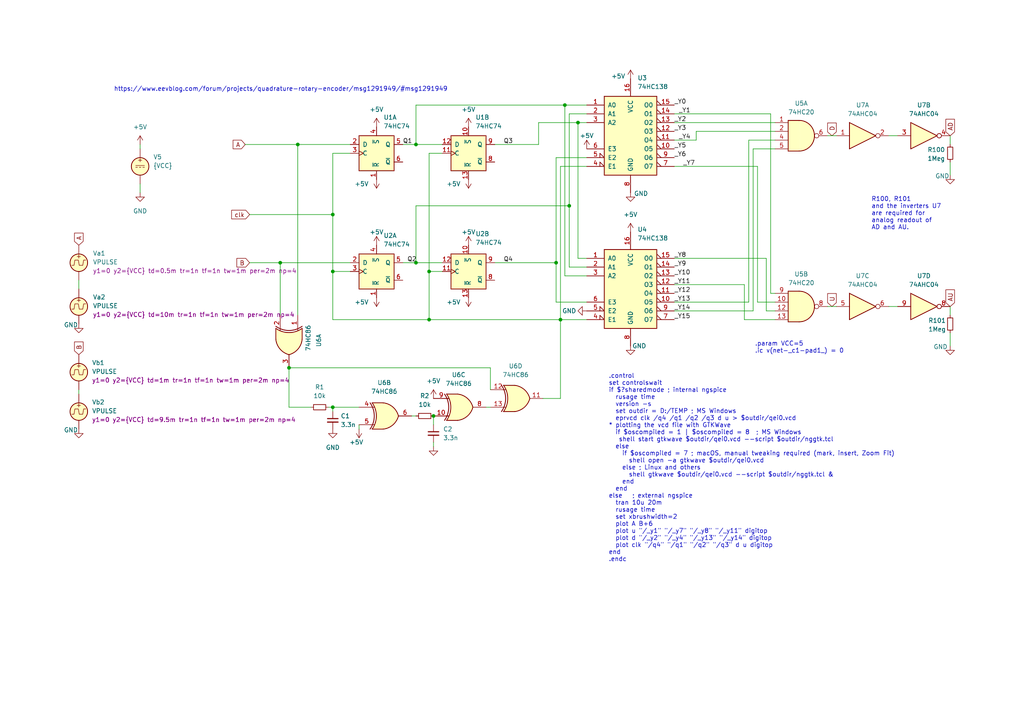
<source format=kicad_sch>
(kicad_sch (version 20231120) (generator "eeschema") (generator_version "8.0")
  (paper "A4")
  (title_block (title "Quadrature Rotary Encoder") (date "2024-02-27") (comment 2 "Modified for KiCad/ngspice by Holger Vogt") (comment 3 "Author Ian.M"))
  (lib_symbols
    (symbol "74LS20_1" (pin_names (offset 1.016))
      (property "Reference" "U5" (at 0 9.398 0))
      (property "Value" "74HCT20" (at 0 6.858 0))
      (symbol "74LS20_1_1_1"
        (arc (start -0.635 -4.445) (mid 3.7907 0) (end -0.635 4.445) (stroke (width 0.254)) (fill (type background)))
        (polyline (pts (xy -0.635 4.445) (xy -3.81 4.445) (xy -3.81 -4.445) (xy -0.635 -4.445)) (stroke (width 0.254)) (fill (type background)))
        (pin input line (at -7.62 3.81 0) (length 3.81) (name "~") (number "1"))
        (pin input line (at -7.62 1.27 0) (length 3.81) (name "~") (number "2"))
        (pin input line (at -7.62 -1.27 0) (length 3.81) (name "~") (number "4"))
        (pin input line (at -7.62 -3.81 0) (length 3.81) (name "~") (number "5"))
        (pin output inverted (at 7.62 0 180) (length 3.81) (name "~") (number "6"))
      )
      (symbol "74LS20_1_1_2"
        (arc (start -3.81 -4.445) (mid -2.5908 0) (end -3.81 4.445) (stroke (width 0.254)))
        (arc (start -0.6096 -4.445) (mid 2.2246 -2.8422) (end 3.81 0) (stroke (width 0.254)) (fill (type background)))
        (polyline (pts (xy -3.81 -4.445) (xy -0.635 -4.445)) (stroke (width 0.254)) (fill (type background)))
        (polyline (pts (xy -3.81 4.445) (xy -0.635 4.445)) (stroke (width 0.254)) (fill (type background)))
        (polyline (pts (xy -0.635 4.445) (xy -3.81 4.445) (xy -3.81 4.445) (xy -3.6322 4.0894) (xy -3.0988 2.921) (xy -2.7686 1.6764) (xy -2.6162 0.4318) (xy -2.6416 -0.8636) (xy -2.8702 -2.1082) (xy -3.2512 -3.3274) (xy -3.81 -4.445) (xy -3.81 -4.445) (xy -0.635 -4.445)) (stroke (width -25.4)) (fill (type background)))
        (arc (start 3.81 0) (mid 2.2204 2.8379) (end -0.6096 4.445) (stroke (width 0.254)) (fill (type background)))
        (pin input inverted (at -7.62 3.81 0) (length 3.81) (name "~") (number "1"))
        (pin input inverted (at -7.62 1.27 0) (length 4.826) (name "~") (number "2"))
        (pin input inverted (at -7.62 -1.27 0) (length 4.826) (name "~") (number "4"))
        (pin input inverted (at -7.62 -3.81 0) (length 3.81) (name "~") (number "5"))
        (pin output line (at 7.62 0 180) (length 3.81) (name "~") (number "6"))
      )
      (symbol "74LS20_1_2_1"
        (arc (start -0.635 -4.445) (mid 3.7907 0) (end -0.635 4.445) (stroke (width 0.254)) (fill (type background)))
        (polyline (pts (xy -0.635 4.445) (xy -3.81 4.445) (xy -3.81 -4.445) (xy -0.635 -4.445)) (stroke (width 0.254)) (fill (type background)))
        (pin input line (at -7.62 1.27 0) (length 3.81) (name "~") (number "10"))
        (pin input line (at -7.62 -1.27 0) (length 3.81) (name "~") (number "12"))
        (pin input line (at -7.62 -3.81 0) (length 3.81) (name "~") (number "13"))
        (pin output inverted (at 7.62 0 180) (length 3.81) (name "~") (number "8"))
        (pin input line (at -7.62 3.81 0) (length 3.81) (name "~") (number "9"))
      )
      (symbol "74LS20_1_2_2"
        (arc (start -3.81 -4.445) (mid -2.5908 0) (end -3.81 4.445) (stroke (width 0.254)))
        (arc (start -0.6096 -4.445) (mid 2.2246 -2.8422) (end 3.81 0) (stroke (width 0.254)) (fill (type background)))
        (polyline (pts (xy -3.81 -4.445) (xy -0.635 -4.445)) (stroke (width 0.254)) (fill (type background)))
        (polyline (pts (xy -3.81 4.445) (xy -0.635 4.445)) (stroke (width 0.254)) (fill (type background)))
        (polyline (pts (xy -0.635 4.445) (xy -3.81 4.445) (xy -3.81 4.445) (xy -3.6322 4.0894) (xy -3.0988 2.921) (xy -2.7686 1.6764) (xy -2.6162 0.4318) (xy -2.6416 -0.8636) (xy -2.8702 -2.1082) (xy -3.2512 -3.3274) (xy -3.81 -4.445) (xy -3.81 -4.445) (xy -0.635 -4.445)) (stroke (width -25.4)) (fill (type background)))
        (arc (start 3.81 0) (mid 2.2204 2.8379) (end -0.6096 4.445) (stroke (width 0.254)) (fill (type background)))
        (pin input inverted (at -7.62 1.27 0) (length 4.826) (name "~") (number "10"))
        (pin input inverted (at -7.62 -1.27 0) (length 4.826) (name "~") (number "12"))
        (pin input inverted (at -7.62 -3.81 0) (length 3.81) (name "~") (number "13"))
        (pin output line (at 7.62 0 180) (length 3.81) (name "~") (number "8"))
        (pin input inverted (at -7.62 3.81 0) (length 3.81) (name "~") (number "9"))
      )
      (symbol "74LS20_1_3_0"
        (pin power_in line (at 0 12.7 270) (length 5.08) (name "VCC") (number "14"))
        (pin power_in line (at 0 -12.7 90) (length 5.08) (name "GND") (number "7"))
      )
      (symbol "74LS20_1_3_1"
        (rectangle (start -5.08 7.62) (end 5.08 -7.62) (stroke (width 0.254)) (fill (type background)))
      )
    )
    (symbol "74LS20_2" (pin_names (offset 1.016))
      (property "Reference" "U" (at 0 1.27 0))
      (property "Value" "74LS20" (at 0 -1.27 0))
      (symbol "74LS20_2_1_1"
        (arc (start -0.635 -4.445) (mid 3.7907 0) (end -0.635 4.445) (stroke (width 0.254)) (fill (type background)))
        (polyline (pts (xy -0.635 4.445) (xy -3.81 4.445) (xy -3.81 -4.445) (xy -0.635 -4.445)) (stroke (width 0.254)) (fill (type background)))
        (pin input line (at -7.62 3.81 0) (length 3.81) (name "~") (number "1"))
        (pin input line (at -7.62 1.27 0) (length 3.81) (name "~") (number "2"))
        (pin input line (at -7.62 -1.27 0) (length 3.81) (name "~") (number "4"))
        (pin input line (at -7.62 -3.81 0) (length 3.81) (name "~") (number "5"))
        (pin output inverted (at 7.62 0 180) (length 3.81) (name "~") (number "6"))
      )
      (symbol "74LS20_2_1_2"
        (arc (start -3.81 -4.445) (mid -2.5908 0) (end -3.81 4.445) (stroke (width 0.254)))
        (arc (start -0.6096 -4.445) (mid 2.2246 -2.8422) (end 3.81 0) (stroke (width 0.254)) (fill (type background)))
        (polyline (pts (xy -3.81 -4.445) (xy -0.635 -4.445)) (stroke (width 0.254)) (fill (type background)))
        (polyline (pts (xy -3.81 4.445) (xy -0.635 4.445)) (stroke (width 0.254)) (fill (type background)))
        (polyline (pts (xy -0.635 4.445) (xy -3.81 4.445) (xy -3.81 4.445) (xy -3.6322 4.0894) (xy -3.0988 2.921) (xy -2.7686 1.6764) (xy -2.6162 0.4318) (xy -2.6416 -0.8636) (xy -2.8702 -2.1082) (xy -3.2512 -3.3274) (xy -3.81 -4.445) (xy -3.81 -4.445) (xy -0.635 -4.445)) (stroke (width -25.4)) (fill (type background)))
        (arc (start 3.81 0) (mid 2.2204 2.8379) (end -0.6096 4.445) (stroke (width 0.254)) (fill (type background)))
        (pin input inverted (at -7.62 3.81 0) (length 3.81) (name "~") (number "1"))
        (pin input inverted (at -7.62 1.27 0) (length 4.826) (name "~") (number "2"))
        (pin input inverted (at -7.62 -1.27 0) (length 4.826) (name "~") (number "4"))
        (pin input inverted (at -7.62 -3.81 0) (length 3.81) (name "~") (number "5"))
        (pin output line (at 7.62 0 180) (length 3.81) (name "~") (number "6"))
      )
      (symbol "74LS20_2_2_1"
        (arc (start -0.635 -4.445) (mid 3.7907 0) (end -0.635 4.445) (stroke (width 0.254)) (fill (type background)))
        (polyline (pts (xy -0.635 4.445) (xy -3.81 4.445) (xy -3.81 -4.445) (xy -0.635 -4.445)) (stroke (width 0.254)) (fill (type background)))
        (pin input line (at -7.62 1.27 0) (length 3.81) (name "~") (number "10"))
        (pin input line (at -7.62 -1.27 0) (length 3.81) (name "~") (number "12"))
        (pin input line (at -7.62 -3.81 0) (length 3.81) (name "~") (number "13"))
        (pin output inverted (at 7.62 0 180) (length 3.81) (name "~") (number "8"))
        (pin input line (at -7.62 3.81 0) (length 3.81) (name "~") (number "9"))
      )
      (symbol "74LS20_2_2_2"
        (arc (start -3.81 -4.445) (mid -2.5908 0) (end -3.81 4.445) (stroke (width 0.254)))
        (arc (start -0.6096 -4.445) (mid 2.2246 -2.8422) (end 3.81 0) (stroke (width 0.254)) (fill (type background)))
        (polyline (pts (xy -3.81 -4.445) (xy -0.635 -4.445)) (stroke (width 0.254)) (fill (type background)))
        (polyline (pts (xy -3.81 4.445) (xy -0.635 4.445)) (stroke (width 0.254)) (fill (type background)))
        (polyline (pts (xy -0.635 4.445) (xy -3.81 4.445) (xy -3.81 4.445) (xy -3.6322 4.0894) (xy -3.0988 2.921) (xy -2.7686 1.6764) (xy -2.6162 0.4318) (xy -2.6416 -0.8636) (xy -2.8702 -2.1082) (xy -3.2512 -3.3274) (xy -3.81 -4.445) (xy -3.81 -4.445) (xy -0.635 -4.445)) (stroke (width -25.4)) (fill (type background)))
        (arc (start 3.81 0) (mid 2.2204 2.8379) (end -0.6096 4.445) (stroke (width 0.254)) (fill (type background)))
        (pin input inverted (at -7.62 1.27 0) (length 4.826) (name "~") (number "10"))
        (pin input inverted (at -7.62 -1.27 0) (length 4.826) (name "~") (number "12"))
        (pin input inverted (at -7.62 -3.81 0) (length 3.81) (name "~") (number "13"))
        (pin output line (at 7.62 0 180) (length 3.81) (name "~") (number "8"))
        (pin input inverted (at -7.62 3.81 0) (length 3.81) (name "~") (number "9"))
      )
      (symbol "74LS20_2_3_0"
        (pin power_in line (at 0 12.7 270) (length 5.08) (name "VCC") (number "14"))
        (pin power_in line (at 0 -12.7 90) (length 5.08) (name "GND") (number "7"))
      )
      (symbol "74LS20_2_3_1"
        (rectangle (start -5.08 7.62) (end 5.08 -7.62) (stroke (width 0.254)) (fill (type background)))
      )
    )
    (symbol "74xx:74AHC04"
      (property "Reference" "U" (at 0 1.27 0))
      (property "Value" "74AHC04" (at 0 -1.27 0))
      (symbol "74AHC04_1_0"
        (polyline (pts (xy -3.81 3.81) (xy -3.81 -3.81) (xy 3.81 0) (xy -3.81 3.81)) (stroke (width 0.254)) (fill (type background)))
        (pin input line (at -7.62 0 0) (length 3.81) (name "~") (number "1"))
        (pin output inverted (at 7.62 0 180) (length 3.81) (name "~") (number "2"))
      )
      (symbol "74AHC04_2_0"
        (polyline (pts (xy -3.81 3.81) (xy -3.81 -3.81) (xy 3.81 0) (xy -3.81 3.81)) (stroke (width 0.254)) (fill (type background)))
        (pin input line (at -7.62 0 0) (length 3.81) (name "~") (number "3"))
        (pin output inverted (at 7.62 0 180) (length 3.81) (name "~") (number "4"))
      )
      (symbol "74AHC04_3_0"
        (polyline (pts (xy -3.81 3.81) (xy -3.81 -3.81) (xy 3.81 0) (xy -3.81 3.81)) (stroke (width 0.254)) (fill (type background)))
        (pin input line (at -7.62 0 0) (length 3.81) (name "~") (number "5"))
        (pin output inverted (at 7.62 0 180) (length 3.81) (name "~") (number "6"))
      )
      (symbol "74AHC04_4_0"
        (polyline (pts (xy -3.81 3.81) (xy -3.81 -3.81) (xy 3.81 0) (xy -3.81 3.81)) (stroke (width 0.254)) (fill (type background)))
        (pin output inverted (at 7.62 0 180) (length 3.81) (name "~") (number "8"))
        (pin input line (at -7.62 0 0) (length 3.81) (name "~") (number "9"))
      )
      (symbol "74AHC04_5_0"
        (polyline (pts (xy -3.81 3.81) (xy -3.81 -3.81) (xy 3.81 0) (xy -3.81 3.81)) (stroke (width 0.254)) (fill (type background)))
        (pin output inverted (at 7.62 0 180) (length 3.81) (name "~") (number "10"))
        (pin input line (at -7.62 0 0) (length 3.81) (name "~") (number "11"))
      )
      (symbol "74AHC04_6_0"
        (polyline (pts (xy -3.81 3.81) (xy -3.81 -3.81) (xy 3.81 0) (xy -3.81 3.81)) (stroke (width 0.254)) (fill (type background)))
        (pin output inverted (at 7.62 0 180) (length 3.81) (name "~") (number "12"))
        (pin input line (at -7.62 0 0) (length 3.81) (name "~") (number "13"))
      )
      (symbol "74AHC04_7_0"
        (pin power_in line (at 0 12.7 270) (length 5.08) (name "VCC") (number "14"))
        (pin power_in line (at 0 -12.7 90) (length 5.08) (name "GND") (number "7"))
      )
      (symbol "74AHC04_7_1"
        (rectangle (start -5.08 7.62) (end 5.08 -7.62) (stroke (width 0.254)) (fill (type background)))
      )
    )
    (symbol "74xx:74LS138" (pin_names (offset 1.016))
      (property "Reference" "U" (at -7.62 11.43 0))
      (property "Value" "74LS138" (at -7.62 -13.97 0))
      (symbol "74LS138_1_0"
        (pin input line (at -12.7 7.62 0) (length 5.08) (name "A0") (number "1"))
        (pin output output_low (at 12.7 -5.08 180) (length 5.08) (name "O5") (number "10"))
        (pin output output_low (at 12.7 -2.54 180) (length 5.08) (name "O4") (number "11"))
        (pin output output_low (at 12.7 0 180) (length 5.08) (name "O3") (number "12"))
        (pin output output_low (at 12.7 2.54 180) (length 5.08) (name "O2") (number "13"))
        (pin output output_low (at 12.7 5.08 180) (length 5.08) (name "O1") (number "14"))
        (pin output output_low (at 12.7 7.62 180) (length 5.08) (name "O0") (number "15"))
        (pin power_in line (at 0 15.24 270) (length 5.08) (name "VCC") (number "16"))
        (pin input line (at -12.7 5.08 0) (length 5.08) (name "A1") (number "2"))
        (pin input line (at -12.7 2.54 0) (length 5.08) (name "A2") (number "3"))
        (pin input input_low (at -12.7 -10.16 0) (length 5.08) (name "E1") (number "4"))
        (pin input input_low (at -12.7 -7.62 0) (length 5.08) (name "E2") (number "5"))
        (pin input line (at -12.7 -5.08 0) (length 5.08) (name "E3") (number "6"))
        (pin output output_low (at 12.7 -10.16 180) (length 5.08) (name "O7") (number "7"))
        (pin power_in line (at 0 -17.78 90) (length 5.08) (name "GND") (number "8"))
        (pin output output_low (at 12.7 -7.62 180) (length 5.08) (name "O6") (number "9"))
      )
      (symbol "74LS138_1_1"
        (rectangle (start -7.62 10.16) (end 7.62 -12.7) (stroke (width 0.254)) (fill (type background)))
      )
    )
    (symbol "74xx:74LS74" (pin_names (offset 1.016))
      (property "Reference" "U" (at -7.62 8.89 0))
      (property "Value" "74LS74" (at -7.62 -8.89 0))
      (symbol "74LS74_1_0"
        (pin input line (at 0 -7.62 90) (length 2.54) (name "~{R}") (number "1"))
        (pin input line (at -7.62 2.54 0) (length 2.54) (name "D") (number "2"))
        (pin input clock (at -7.62 0 0) (length 2.54) (name "C") (number "3"))
        (pin input line (at 0 7.62 270) (length 2.54) (name "~{S}") (number "4"))
        (pin output line (at 7.62 2.54 180) (length 2.54) (name "Q") (number "5"))
        (pin output line (at 7.62 -2.54 180) (length 2.54) (name "~{Q}") (number "6"))
      )
      (symbol "74LS74_1_1"
        (rectangle (start -5.08 5.08) (end 5.08 -5.08) (stroke (width 0.254)) (fill (type background)))
      )
      (symbol "74LS74_2_0"
        (pin input line (at 0 7.62 270) (length 2.54) (name "~{S}") (number "10"))
        (pin input clock (at -7.62 0 0) (length 2.54) (name "C") (number "11"))
        (pin input line (at -7.62 2.54 0) (length 2.54) (name "D") (number "12"))
        (pin input line (at 0 -7.62 90) (length 2.54) (name "~{R}") (number "13"))
        (pin output line (at 7.62 -2.54 180) (length 2.54) (name "~{Q}") (number "8"))
        (pin output line (at 7.62 2.54 180) (length 2.54) (name "Q") (number "9"))
      )
      (symbol "74LS74_2_1"
        (rectangle (start -5.08 5.08) (end 5.08 -5.08) (stroke (width 0.254)) (fill (type background)))
      )
      (symbol "74LS74_3_0"
        (pin power_in line (at 0 10.16 270) (length 2.54) (name "VCC") (number "14"))
        (pin power_in line (at 0 -10.16 90) (length 2.54) (name "GND") (number "7"))
      )
      (symbol "74LS74_3_1"
        (rectangle (start -5.08 7.62) (end 5.08 -7.62) (stroke (width 0.254)) (fill (type background)))
      )
    )
    (symbol "74xx:74LS86" (pin_names (offset 1.016))
      (property "Reference" "U" (at 0 1.27 0))
      (property "Value" "74LS86" (at 0 -1.27 0))
      (symbol "74LS86_1_0"
        (arc (start -4.4196 -3.81) (mid -3.2033 0) (end -4.4196 3.81) (stroke (width 0.254)))
        (arc (start -3.81 -3.81) (mid -2.589 0) (end -3.81 3.81) (stroke (width 0.254)))
        (arc (start -0.6096 -3.81) (mid 2.1842 -2.5851) (end 3.81 0) (stroke (width 0.254)) (fill (type background)))
        (polyline (pts (xy -3.81 -3.81) (xy -0.635 -3.81)) (stroke (width 0.254)) (fill (type background)))
        (polyline (pts (xy -3.81 3.81) (xy -0.635 3.81)) (stroke (width 0.254)) (fill (type background)))
        (polyline (pts (xy -0.635 3.81) (xy -3.81 3.81) (xy -3.81 3.81) (xy -3.556 3.4036) (xy -3.0226 2.2606) (xy -2.6924 1.0414) (xy -2.6162 -0.254) (xy -2.7686 -1.4986) (xy -3.175 -2.7178) (xy -3.81 -3.81) (xy -3.81 -3.81) (xy -0.635 -3.81)) (stroke (width -25.4)) (fill (type background)))
        (arc (start 3.81 0) (mid 2.1915 2.5936) (end -0.6096 3.81) (stroke (width 0.254)) (fill (type background)))
        (pin input line (at -7.62 2.54 0) (length 4.445) (name "~") (number "1"))
        (pin input line (at -7.62 -2.54 0) (length 4.445) (name "~") (number "2"))
        (pin output line (at 7.62 0 180) (length 3.81) (name "~") (number "3"))
      )
      (symbol "74LS86_1_1"
        (polyline (pts (xy -3.81 -2.54) (xy -3.175 -2.54)) (stroke (width 0.1524)))
        (polyline (pts (xy -3.81 2.54) (xy -3.175 2.54)) (stroke (width 0.1524)))
      )
      (symbol "74LS86_2_0"
        (arc (start -4.4196 -3.81) (mid -3.2033 0) (end -4.4196 3.81) (stroke (width 0.254)))
        (arc (start -3.81 -3.81) (mid -2.589 0) (end -3.81 3.81) (stroke (width 0.254)))
        (arc (start -0.6096 -3.81) (mid 2.1842 -2.5851) (end 3.81 0) (stroke (width 0.254)) (fill (type background)))
        (polyline (pts (xy -3.81 -3.81) (xy -0.635 -3.81)) (stroke (width 0.254)) (fill (type background)))
        (polyline (pts (xy -3.81 3.81) (xy -0.635 3.81)) (stroke (width 0.254)) (fill (type background)))
        (polyline (pts (xy -0.635 3.81) (xy -3.81 3.81) (xy -3.81 3.81) (xy -3.556 3.4036) (xy -3.0226 2.2606) (xy -2.6924 1.0414) (xy -2.6162 -0.254) (xy -2.7686 -1.4986) (xy -3.175 -2.7178) (xy -3.81 -3.81) (xy -3.81 -3.81) (xy -0.635 -3.81)) (stroke (width -25.4)) (fill (type background)))
        (arc (start 3.81 0) (mid 2.1915 2.5936) (end -0.6096 3.81) (stroke (width 0.254)) (fill (type background)))
        (pin input line (at -7.62 2.54 0) (length 4.445) (name "~") (number "4"))
        (pin input line (at -7.62 -2.54 0) (length 4.445) (name "~") (number "5"))
        (pin output line (at 7.62 0 180) (length 3.81) (name "~") (number "6"))
      )
      (symbol "74LS86_2_1"
        (polyline (pts (xy -3.81 -2.54) (xy -3.175 -2.54)) (stroke (width 0.1524)))
        (polyline (pts (xy -3.81 2.54) (xy -3.175 2.54)) (stroke (width 0.1524)))
      )
      (symbol "74LS86_3_0"
        (arc (start -4.4196 -3.81) (mid -3.2033 0) (end -4.4196 3.81) (stroke (width 0.254)))
        (arc (start -3.81 -3.81) (mid -2.589 0) (end -3.81 3.81) (stroke (width 0.254)))
        (arc (start -0.6096 -3.81) (mid 2.1842 -2.5851) (end 3.81 0) (stroke (width 0.254)) (fill (type background)))
        (polyline (pts (xy -3.81 -3.81) (xy -0.635 -3.81)) (stroke (width 0.254)) (fill (type background)))
        (polyline (pts (xy -3.81 3.81) (xy -0.635 3.81)) (stroke (width 0.254)) (fill (type background)))
        (polyline (pts (xy -0.635 3.81) (xy -3.81 3.81) (xy -3.81 3.81) (xy -3.556 3.4036) (xy -3.0226 2.2606) (xy -2.6924 1.0414) (xy -2.6162 -0.254) (xy -2.7686 -1.4986) (xy -3.175 -2.7178) (xy -3.81 -3.81) (xy -3.81 -3.81) (xy -0.635 -3.81)) (stroke (width -25.4)) (fill (type background)))
        (arc (start 3.81 0) (mid 2.1915 2.5936) (end -0.6096 3.81) (stroke (width 0.254)) (fill (type background)))
        (pin input line (at -7.62 -2.54 0) (length 4.445) (name "~") (number "10"))
        (pin output line (at 7.62 0 180) (length 3.81) (name "~") (number "8"))
        (pin input line (at -7.62 2.54 0) (length 4.445) (name "~") (number "9"))
      )
      (symbol "74LS86_3_1"
        (polyline (pts (xy -3.81 -2.54) (xy -3.175 -2.54)) (stroke (width 0.1524)))
        (polyline (pts (xy -3.81 2.54) (xy -3.175 2.54)) (stroke (width 0.1524)))
      )
      (symbol "74LS86_4_0"
        (arc (start -4.4196 -3.81) (mid -3.2033 0) (end -4.4196 3.81) (stroke (width 0.254)))
        (arc (start -3.81 -3.81) (mid -2.589 0) (end -3.81 3.81) (stroke (width 0.254)))
        (arc (start -0.6096 -3.81) (mid 2.1842 -2.5851) (end 3.81 0) (stroke (width 0.254)) (fill (type background)))
        (polyline (pts (xy -3.81 -3.81) (xy -0.635 -3.81)) (stroke (width 0.254)) (fill (type background)))
        (polyline (pts (xy -3.81 3.81) (xy -0.635 3.81)) (stroke (width 0.254)) (fill (type background)))
        (polyline (pts (xy -0.635 3.81) (xy -3.81 3.81) (xy -3.81 3.81) (xy -3.556 3.4036) (xy -3.0226 2.2606) (xy -2.6924 1.0414) (xy -2.6162 -0.254) (xy -2.7686 -1.4986) (xy -3.175 -2.7178) (xy -3.81 -3.81) (xy -3.81 -3.81) (xy -0.635 -3.81)) (stroke (width -25.4)) (fill (type background)))
        (arc (start 3.81 0) (mid 2.1915 2.5936) (end -0.6096 3.81) (stroke (width 0.254)) (fill (type background)))
        (pin output line (at 7.62 0 180) (length 3.81) (name "~") (number "11"))
        (pin input line (at -7.62 2.54 0) (length 4.445) (name "~") (number "12"))
        (pin input line (at -7.62 -2.54 0) (length 4.445) (name "~") (number "13"))
      )
      (symbol "74LS86_4_1"
        (polyline (pts (xy -3.81 -2.54) (xy -3.175 -2.54)) (stroke (width 0.1524)))
        (polyline (pts (xy -3.81 2.54) (xy -3.175 2.54)) (stroke (width 0.1524)))
      )
      (symbol "74LS86_5_0"
        (pin power_in line (at 0 12.7 270) (length 5.08) (name "VCC") (number "14"))
        (pin power_in line (at 0 -12.7 90) (length 5.08) (name "GND") (number "7"))
      )
      (symbol "74LS86_5_1"
        (rectangle (start -5.08 7.62) (end 5.08 -7.62) (stroke (width 0.254)) (fill (type background)))
      )
    )
    (symbol "Device:C_Small" (pin_numbers hide) (pin_names (offset 0.254) hide)
      (property "Reference" "C" (at 0.254 1.778 0))
      (property "Value" "C_Small" (at 0.254 -2.032 0))
      (symbol "C_Small_0_1"
        (polyline (pts (xy -1.524 -0.508) (xy 1.524 -0.508)) (stroke (width 0.3302)))
        (polyline (pts (xy -1.524 0.508) (xy 1.524 0.508)) (stroke (width 0.3048)))
      )
      (symbol "C_Small_1_1"
        (pin passive line (at 0 2.54 270) (length 2.032) (name "~") (number "1"))
        (pin passive line (at 0 -2.54 90) (length 2.032) (name "~") (number "2"))
      )
    )
    (symbol "Device:R_Small" (pin_numbers hide) (pin_names (offset 0.254) hide)
      (property "Reference" "R" (at 0.762 0.508 0))
      (property "Value" "R_Small" (at 0.762 -1.016 0))
      (symbol "R_Small_0_1"
        (rectangle (start -0.762 1.778) (end 0.762 -1.778) (stroke (width 0.2032)))
      )
      (symbol "R_Small_1_1"
        (pin passive line (at 0 2.54 270) (length 0.762) (name "~") (number "1"))
        (pin passive line (at 0 -2.54 90) (length 0.762) (name "~") (number "2"))
      )
    )
    (symbol "Simulation_SPICE:VDC" (pin_numbers hide) (pin_names (offset 0.0254))
      (property "Reference" "V" (at 2.54 2.54 0))
      (property "Value" "VDC" (at 2.54 0 0))
      (property "Spice_Model" "dc(1)" (at 2.54 -2.54 0))
      (symbol "VDC_0_0"
        (polyline (pts (xy -1.27 0.254) (xy 1.27 0.254)))
        (polyline (pts (xy -0.762 -0.254) (xy -1.27 -0.254)))
        (polyline (pts (xy 0.254 -0.254) (xy -0.254 -0.254)))
        (polyline (pts (xy 1.27 -0.254) (xy 0.762 -0.254)))
        (text "+" (at 0 1.905 0) (effects (font (size 1.27 1.27))))
      )
      (symbol "VDC_0_1"
        (circle (center 0 0) (radius 2.54) (stroke (width 0.254)) (fill (type background)))
      )
      (symbol "VDC_1_1"
        (pin passive line (at 0 5.08 270) (length 2.54) (name "~") (number "1"))
        (pin passive line (at 0 -5.08 90) (length 2.54) (name "~") (number "2"))
      )
    )
    (symbol "Simulation_SPICE:VPULSE" (pin_numbers hide) (pin_names (offset 0.0254))
      (property "Reference" "V" (at 2.54 2.54 0))
      (property "Value" "VPULSE" (at 2.54 0 0))
      (property "Spice_Model" "pulse(0 1 2n 2n 2n 50n 100n)" (at 2.54 -2.54 0))
      (symbol "VPULSE_0_0"
        (polyline (pts (xy -2.032 -0.762) (xy -1.397 -0.762) (xy -1.143 0.762) (xy -0.127 0.762) (xy 0.127 -0.762) (xy 1.143 -0.762) (xy 1.397 0.762) (xy 2.032 0.762)))
        (text "+" (at 0 1.905 0) (effects (font (size 1.27 1.27))))
      )
      (symbol "VPULSE_0_1"
        (circle (center 0 0) (radius 2.54) (stroke (width 0.254)) (fill (type background)))
      )
      (symbol "VPULSE_1_1"
        (pin passive line (at 0 5.08 270) (length 2.54) (name "~") (number "1"))
        (pin passive line (at 0 -5.08 90) (length 2.54) (name "~") (number "2"))
      )
    )
    (symbol "power:+5V" (power) (pin_names (offset 0))
      (property "Value" "+5V" (at 0 3.556 0))
      (symbol "+5V_0_1"
        (polyline (pts (xy -0.762 1.27) (xy 0 2.54)))
        (polyline (pts (xy 0 0) (xy 0 2.54)))
        (polyline (pts (xy 0 2.54) (xy 0.762 1.27)))
      )
      (symbol "+5V_1_1"
        (pin power_in line (at 0 0 90) (length 0) hide (name "+5V") (number "1"))
      )
    )
    (symbol "power:GND" (power) (pin_names (offset 0))
      (property "Value" "GND" (at 0 -3.81 0))
      (symbol "GND_0_1"
        (polyline (pts (xy 0 0) (xy 0 -1.27) (xy 1.27 -1.27) (xy 0 -2.54) (xy -1.27 -1.27) (xy 0 -1.27)))
      )
      (symbol "GND_1_1"
        (pin power_in line (at 0 0 270) (length 0) hide (name "GND") (number "1"))
      )
    )
  )
  (junction (at 96.52 62.23))
  (junction (at 96.52 118.11))
  (junction (at 124.46 78.74))
  (junction (at 125.73 120.65))
  (junction (at 124.46 92.71))
  (junction (at 161.29 76.2))
  (junction (at 120.65 76.2))
  (junction (at 120.65 41.91))
  (junction (at 165.1 59.69))
  (junction (at 86.36 41.91))
  (junction (at 162.56 92.71))
  (junction (at 96.52 78.74))
  (junction (at 83.82 106.68))
  (junction (at 167.64 35.56))
  (junction (at 81.28 76.2))
  (junction (at 163.83 30.48))
  (wire (pts (xy 195.58 87.63) (xy 217.17 87.63)))
  (wire (pts (xy 125.73 128.27) (xy 125.73 129.54)))
  (wire (pts (xy 170.18 80.01) (xy 163.83 80.01)))
  (wire (pts (xy 101.6 44.45) (xy 96.52 44.45)))
  (wire (pts (xy 165.1 59.69) (xy 165.1 33.02)))
  (wire (pts (xy 96.52 119.38) (xy 96.52 118.11)))
  (wire (pts (xy 96.52 78.74) (xy 96.52 92.71)))
  (wire (pts (xy 120.65 76.2) (xy 128.27 76.2)))
  (wire (pts (xy 142.24 113.03) (xy 142.24 106.68)))
  (wire (pts (xy 195.58 35.56) (xy 224.79 35.56)))
  (wire (pts (xy 162.56 92.71) (xy 162.56 115.57)))
  (wire (pts (xy 167.64 74.93) (xy 170.18 74.93)))
  (wire (pts (xy 275.59 46.99) (xy 275.59 50.8)))
  (wire (pts (xy 128.27 44.45) (xy 124.46 44.45)))
  (wire (pts (xy 86.36 41.91) (xy 101.6 41.91)))
  (wire (pts (xy 120.65 41.91) (xy 128.27 41.91)))
  (wire (pts (xy 195.58 90.17) (xy 218.44 90.17)))
  (wire (pts (xy 257.81 88.9) (xy 260.35 88.9)))
  (wire (pts (xy 219.71 48.26) (xy 219.71 87.63)))
  (wire (pts (xy 223.52 85.09) (xy 224.79 85.09)))
  (wire (pts (xy 162.56 48.26) (xy 162.56 92.71)))
  (wire (pts (xy 40.64 53.34) (xy 40.64 55.88)))
  (wire (pts (xy 120.65 59.69) (xy 120.65 76.2)))
  (wire (pts (xy 215.9 92.71) (xy 224.79 92.71)))
  (wire (pts (xy 240.03 39.37) (xy 242.57 39.37)))
  (wire (pts (xy 83.82 106.68) (xy 142.24 106.68)))
  (wire (pts (xy 143.51 41.91) (xy 156.21 41.91)))
  (wire (pts (xy 124.46 92.71) (xy 162.56 92.71)))
  (wire (pts (xy 195.58 82.55) (xy 215.9 82.55)))
  (wire (pts (xy 40.64 41.91) (xy 40.64 43.18)))
  (wire (pts (xy 223.52 33.02) (xy 223.52 85.09)))
  (wire (pts (xy 163.83 30.48) (xy 170.18 30.48)))
  (wire (pts (xy 125.73 123.19) (xy 125.73 120.65)))
  (wire (pts (xy 163.83 80.01) (xy 163.83 30.48)))
  (wire (pts (xy 195.58 40.64) (xy 201.93 40.64)))
  (wire (pts (xy 224.79 40.64) (xy 217.17 40.64)))
  (wire (pts (xy 161.29 45.72) (xy 170.18 45.72)))
  (wire (pts (xy 124.46 78.74) (xy 124.46 92.71)))
  (wire (pts (xy 215.9 82.55) (xy 215.9 92.71)))
  (wire (pts (xy 120.65 59.69) (xy 165.1 59.69)))
  (wire (pts (xy 275.59 96.52) (xy 275.59 100.33)))
  (wire (pts (xy 120.65 41.91) (xy 120.65 30.48)))
  (wire (pts (xy 201.93 38.1) (xy 224.79 38.1)))
  (wire (pts (xy 201.93 40.64) (xy 201.93 38.1)))
  (wire (pts (xy 219.71 87.63) (xy 224.79 87.63)))
  (wire (pts (xy 165.1 33.02) (xy 170.18 33.02)))
  (wire (pts (xy 257.81 39.37) (xy 260.35 39.37)))
  (wire (pts (xy 218.44 43.18) (xy 224.79 43.18)))
  (wire (pts (xy 96.52 118.11) (xy 104.14 118.11)))
  (wire (pts (xy 222.25 74.93) (xy 222.25 90.17)))
  (wire (pts (xy 96.52 78.74) (xy 101.6 78.74)))
  (wire (pts (xy 143.51 76.2) (xy 161.29 76.2)))
  (wire (pts (xy 83.82 118.11) (xy 90.17 118.11)))
  (wire (pts (xy 162.56 115.57) (xy 157.48 115.57)))
  (wire (pts (xy 195.58 33.02) (xy 223.52 33.02)))
  (wire (pts (xy 95.25 118.11) (xy 96.52 118.11)))
  (wire (pts (xy 96.52 44.45) (xy 96.52 62.23)))
  (wire (pts (xy 162.56 92.71) (xy 170.18 92.71)))
  (wire (pts (xy 156.21 41.91) (xy 156.21 35.56)))
  (wire (pts (xy 156.21 35.56) (xy 167.64 35.56)))
  (wire (pts (xy 165.1 77.47) (xy 165.1 59.69)))
  (wire (pts (xy 81.28 76.2) (xy 81.28 91.44)))
  (wire (pts (xy 275.59 88.9) (xy 275.59 91.44)))
  (wire (pts (xy 71.12 41.91) (xy 86.36 41.91)))
  (wire (pts (xy 161.29 76.2) (xy 161.29 45.72)))
  (wire (pts (xy 96.52 62.23) (xy 96.52 78.74)))
  (wire (pts (xy 22.86 81.28) (xy 22.86 83.82)))
  (wire (pts (xy 120.65 30.48) (xy 163.83 30.48)))
  (wire (pts (xy 218.44 90.17) (xy 218.44 43.18)))
  (wire (pts (xy 86.36 41.91) (xy 86.36 91.44)))
  (wire (pts (xy 167.64 35.56) (xy 170.18 35.56)))
  (wire (pts (xy 217.17 40.64) (xy 217.17 87.63)))
  (wire (pts (xy 170.18 48.26) (xy 162.56 48.26)))
  (wire (pts (xy 240.03 88.9) (xy 242.57 88.9)))
  (wire (pts (xy 72.39 76.2) (xy 81.28 76.2)))
  (wire (pts (xy 124.46 44.45) (xy 124.46 78.74)))
  (wire (pts (xy 275.59 39.37) (xy 275.59 41.91)))
  (wire (pts (xy 161.29 76.2) (xy 161.29 87.63)))
  (wire (pts (xy 116.84 41.91) (xy 120.65 41.91)))
  (wire (pts (xy 119.38 120.65) (xy 120.65 120.65)))
  (wire (pts (xy 96.52 92.71) (xy 124.46 92.71)))
  (wire (pts (xy 222.25 90.17) (xy 224.79 90.17)))
  (wire (pts (xy 161.29 87.63) (xy 170.18 87.63)))
  (wire (pts (xy 72.39 62.23) (xy 96.52 62.23)))
  (wire (pts (xy 83.82 106.68) (xy 83.82 118.11)))
  (wire (pts (xy 81.28 76.2) (xy 101.6 76.2)))
  (wire (pts (xy 22.86 113.03) (xy 22.86 114.3)))
  (wire (pts (xy 104.14 123.19) (xy 104.14 124.46)))
  (wire (pts (xy 116.84 76.2) (xy 120.65 76.2)))
  (wire (pts (xy 124.46 78.74) (xy 128.27 78.74)))
  (wire (pts (xy 195.58 48.26) (xy 219.71 48.26)))
  (wire (pts (xy 140.97 118.11) (xy 142.24 118.11)))
  (wire (pts (xy 167.64 35.56) (xy 167.64 74.93)))
  (wire (pts (xy 170.18 77.47) (xy 165.1 77.47)))
  (wire (pts (xy 195.58 74.93) (xy 222.25 74.93)))
  (text ".control\nset controlswait\nif $?sharedmode ; internal ngspice\n  rusage time\n  version -s\n  set outdir = D:/TEMP ; MS Windows\n  eprvcd clk /q4 /q1 /q2 /q3 d u > $outdir/qei0.vcd\n* plotting the vcd file with GTKWave\n  if $oscompiled = 1 | $oscompiled = 8  ; MS Windows\n   shell start gtkwave $outdir/qei0.vcd --script $outdir/nggtk.tcl\n  else\n    if $oscompiled = 7 ; macOS, manual tweaking required (mark, insert, Zoom Fit)\n      shell open -a gtkwave $outdir/qei0.vcd\n    else ; Linux and others\n      shell gtkwave $outdir/qei0.vcd --script $outdir/nggtk.tcl &\n    end\n  end\nelse   ; external ngspice\n  tran 10u 20m\n  rusage time\n  set xbrushwidth=2\n  plot A B+6\n  plot u \"/_y1\" \"/_y7\" \"/_y8\" \"/_y11\" digitop\n  plot d \"/_y2\" \"/_y4\" \"/_y13\" \"/_y14\" digitop\n  plot clk \"/q4\" \"/q1\" \"/q2\" \"/q3\" d u digitop\nend\n.endc" (at 176.53 163.068 0) (effects (font (size 1.27 1.27)) (justify left bottom)))
  (text "R100, R101\nand the inverters U7\nare required for\nanalog readout of\nAD and AU.\n" (at 252.73 66.802 0) (effects (font (size 1.27 1.27)) (justify left bottom)))
  (text "https://www.eevblog.com/forum/projects/quadrature-rotary-encoder/msg1291949/#msg1291949" (at 33.02 26.67 0) (effects (font (size 1.27 1.27)) (justify left bottom)))
  (text ".param VCC=5\n.ic v(net-_c1-pad1_) = 0" (at 218.948 100.838 0) (effects (font (size 1.27 1.27)) (justify left)))
  (label "Q2" (at 118.11 76.2 0))
  (label "_Y12" (at 195.58 85.09 0))
  (label "_Y15" (at 195.58 92.71 0))
  (label "_Y13" (at 195.58 87.63 0))
  (label "Q4" (at 146.05 76.2 0))
  (label "Q1" (at 116.84 41.91 0))
  (label "_Y4" (at 196.85 40.64 0))
  (label "_Y14" (at 195.58 90.17 0))
  (label "_Y5" (at 195.58 43.18 0))
  (label "_Y3" (at 195.58 38.1 0))
  (label "_Y7" (at 198.12 48.26 0))
  (label "_Y8" (at 195.58 74.93 0))
  (label "_Y11" (at 195.58 82.55 0))
  (label "_Y2" (at 195.58 35.56 0))
  (label "Q3" (at 146.05 41.91 0))
  (label "_Y9" (at 195.58 77.47 0))
  (label "_Y10" (at 195.58 80.01 0))
  (label "_Y6" (at 195.58 45.72 0))
  (label "_Y0" (at 195.58 30.48 0))
  (label "_Y1" (at 196.85 33.02 0))
  (global_label "B" (shape input) (at 72.39 76.2 180) (property "Intersheetrefs" "${INTERSHEET_REFS}" (effects (hide yes))))
  (global_label "A" (shape input) (at 22.86 71.12 90) (property "Intersheetrefs" "${INTERSHEET_REFS}" (effects (hide yes))))
  (global_label "D" (shape input) (at 241.3 39.37 90) (property "Intersheetrefs" "${INTERSHEET_REFS}" (effects (hide yes))))
  (global_label "B" (shape input) (at 22.86 102.87 90) (property "Intersheetrefs" "${INTERSHEET_REFS}" (effects (hide yes))))
  (global_label "A" (shape input) (at 71.12 41.91 180) (property "Intersheetrefs" "${INTERSHEET_REFS}" (effects (hide yes))))
  (global_label "clk" (shape input) (at 72.39 62.23 180) (property "Intersheetrefs" "${INTERSHEET_REFS}" (effects (hide yes))))
  (global_label "AU" (shape input) (at 275.59 88.9 90) (property "Intersheetrefs" "${INTERSHEET_REFS}" (effects (hide yes))))
  (global_label "U" (shape input) (at 241.3 88.9 90) (property "Intersheetrefs" "${INTERSHEET_REFS}" (effects (hide yes))))
  (global_label "AD" (shape input) (at 275.59 39.37 90) (property "Intersheetrefs" "${INTERSHEET_REFS}" (effects (hide yes))))
  (symbol (lib_id "74xx:74LS138") (at 182.88 82.55 0) (unit 1)
    (property "Reference" "U4" (at 184.8994 66.548 0) (effects (justify left)))
    (property "Value" "74HC138" (at 184.8994 69.088 0) (effects (justify left)))
    (property "Datasheet" "http://www.ti.com/lit/gpn/sn74LS138" (effects (hide yes)))
    (property "Sim.Library" "74HC138m.lib" (effects (hide yes)))
    (property "Sim.Name" "74HC138M" (effects (hide yes)))
    (property "Sim.Pins" "1=A0 2=A1 3=A2 4=EN1 5=EN2 6=E3 7=O7 8=VGND 9=O6 10=O5 11=O4 12=O3 13=O2 14=O1 15=O0 16=VCC" (effects (hide yes)))
    (property "Sim.Device" "SUBCKT" (effects (hide yes)))
  )
  (symbol (lib_id "74xx:74LS74") (at 135.89 44.45 0) (unit 2)
    (property "Reference" "U1" (at 137.9094 34.036 0) (effects (justify left)))
    (property "Value" "74HC74" (at 137.9094 36.576 0) (effects (justify left)))
    (property "Datasheet" "74xx/74hc_hct74.pdf" (effects (hide yes)))
    (property "Sim.Library" "74HC74m.lib" (effects (hide yes)))
    (property "Sim.Name" "74HC74M" (effects (hide yes)))
    (property "Sim.Pins" "1=_R1 2=D1 3=C1 4=_S1 5=Q1 6=_Q1 7=VGND 8=_Q2 9=Q2 10=_S2 11=C2 12=D2 13=_R2 14=VCC" (effects (hide yes)))
    (property "Sim.Device" "SUBCKT" (effects (hide yes)))
  )
  (symbol (lib_id "74xx:74LS74") (at 135.89 78.74 0) (unit 2)
    (property "Reference" "U2" (at 137.9094 67.818 0) (effects (justify left)))
    (property "Value" "74HC74" (at 137.9094 70.358 0) (effects (justify left)))
    (property "Datasheet" "74xx/74hc_hct74.pdf" (effects (hide yes)))
    (property "Sim.Library" "74HC74m.lib" (effects (hide yes)))
    (property "Sim.Name" "74HC74M" (effects (hide yes)))
    (property "Sim.Pins" "1=_R1 2=D1 3=C1 4=_S1 5=Q1 6=_Q1 7=VGND 8=_Q2 9=Q2 10=_S2 11=C2 12=D2 13=_R2 14=VCC" (effects (hide yes)))
    (property "Sim.Device" "SUBCKT" (effects (hide yes)))
  )
  (symbol (lib_id "74xx:74AHC04") (at 267.97 88.9 0) (unit 4)
    (property "Reference" "U7" (at 267.97 80.01 0))
    (property "Value" "74AHC04" (at 267.97 82.55 0))
    (property "Datasheet" "https://assets.nexperia.com/documents/data-sheet/74AHC_AHCT04.pdf" (effects (hide yes)))
    (property "Description" "Hex Inverter" (effects (hide yes)))
    (property "Sim.Library" "74HC04m.lib" (effects (hide yes)))
    (property "Sim.Name" "74HC04M" (effects (hide yes)))
    (property "Sim.Device" "SUBCKT" (effects (hide yes)))
    (property "Sim.Pins" "1=1 2=2 3=3 4=4 5=5 6=6 7=7 8=8 9=9 10=10 11=11 12=12 13=13 14=14" (effects (hide yes)))
  )
  (symbol (lib_id "74xx:74AHC04") (at 267.97 39.37 0) (unit 2)
    (property "Reference" "U7" (at 267.97 30.48 0))
    (property "Value" "74AHC04" (at 267.97 33.02 0))
    (property "Datasheet" "https://assets.nexperia.com/documents/data-sheet/74AHC_AHCT04.pdf" (effects (hide yes)))
    (property "Description" "Hex Inverter" (effects (hide yes)))
    (property "Sim.Library" "74HC04m.lib" (effects (hide yes)))
    (property "Sim.Name" "74HC04M" (effects (hide yes)))
    (property "Sim.Device" "SUBCKT" (effects (hide yes)))
    (property "Sim.Pins" "1=1 2=2 3=3 4=4 5=5 6=6 7=7 8=8 9=9 10=10 11=11 12=12 13=13 14=14" (effects (hide yes)))
  )
  (symbol (lib_id "74xx:74LS138") (at 182.88 38.1 0) (unit 1)
    (property "Reference" "U3" (at 184.8994 22.606 0) (effects (justify left)))
    (property "Value" "74HC138" (at 184.8994 25.146 0) (effects (justify left)))
    (property "Datasheet" "http://www.ti.com/lit/gpn/sn74LS138" (effects (hide yes)))
    (property "Sim.Library" "74HC138m.lib" (effects (hide yes)))
    (property "Sim.Name" "74HC138M" (effects (hide yes)))
    (property "Sim.Pins" "1=A0 2=A1 3=A2 4=EN1 5=EN2 6=E3 7=O7 8=VGND 9=O6 10=O5 11=O4 12=O3 13=O2 14=O1 15=O0 16=VCC" (effects (hide yes)))
    (property "Sim.Device" "SUBCKT" (effects (hide yes)))
  )
  (symbol (lib_id "Device:R_Small") (at 275.59 44.45 0) (unit 1)
    (property "Reference" "R100" (at 268.986 43.434 0) (effects (justify left)))
    (property "Value" "1Meg" (at 268.986 45.974 0) (effects (justify left)))
  )
  (symbol (lib_id "power:GND") (at 22.86 93.98 0) (unit 1)
    (property "Reference" "#PWR0109" (effects (hide yes)))
    (property "Value" "GND" (at 20.574 94.234 0))
  )
  (symbol (lib_id "power:+5V") (at 109.22 71.12 0) (unit 1)
    (property "Reference" "#PWR0123" (effects (hide yes)))
    (property "Value" "+5V" (at 109.22 67.31 0))
  )
  (symbol (lib_id "power:GND") (at 125.73 129.54 0) (unit 1)
    (property "Reference" "#PWR0112" (effects (hide yes)))
    (property "Value" "GND" (effects (hide yes)))
  )
  (symbol (lib_id "power:GND") (at 275.59 50.8 0) (unit 1)
    (property "Reference" "#PWR0125" (effects (hide yes)))
    (property "Value" "GND" (at 273.304 51.054 0))
  )
  (symbol (lib_id "power:+5V") (at 182.88 22.86 0) (unit 1)
    (property "Reference" "#PWR0118" (effects (hide yes)))
    (property "Value" "+5V" (at 179.324 22.098 0))
  )
  (symbol (lib_id "power:GND") (at 182.88 100.33 0) (unit 1)
    (property "Reference" "#PWR0119" (effects (hide yes)))
    (property "Value" "GND" (at 185.42 100.33 0))
  )
  (symbol (lib_id "power:+5V") (at 135.89 86.36 0) (mirror x) (unit 1)
    (property "Reference" "#PWR0105" (effects (hide yes)))
    (property "Value" "+5V" (at 133.604 87.6299 0) (effects (justify right)))
  )
  (symbol (lib_id "power:GND") (at 170.18 90.17 270) (unit 1)
    (property "Reference" "#PWR0120" (effects (hide yes)))
    (property "Value" "GND" (at 165.1 90.17 90))
  )
  (symbol (lib_id "power:+5V") (at 40.64 41.91 0) (unit 1)
    (property "Reference" "#PWR0114" (effects (hide yes)))
    (property "Value" "+5V" (at 40.64 36.83 0))
  )
  (symbol (lib_id "power:GND") (at 22.86 124.46 0) (unit 1)
    (property "Reference" "#PWR0106" (effects (hide yes)))
    (property "Value" "GND" (at 20.574 124.714 0))
  )
  (symbol (lib_name "74LS20_2") (lib_id "74xx:74LS20") (at 232.41 39.37 0) (unit 1)
    (property "Reference" "U5" (at 232.41 29.972 0))
    (property "Value" "74HC20" (at 232.41 32.512 0))
    (property "Datasheet" "http://www.ti.com/lit/gpn/sn74LS20" (effects (hide yes)))
    (property "Description" "Dual 4-input NAND" (effects (hide yes)))
    (property "Sim.Library" "74HC20m.lib" (effects (hide yes)))
    (property "Sim.Name" "74HC20M" (effects (hide yes)))
    (property "Sim.Pins" "1=1 2=2 4=4 5=5 6=6 7=7 8=8 9=9 10=10 12=12 13=13 14=14" (effects (hide yes)))
    (property "Sim.Device" "SUBCKT" (effects (hide yes)))
  )
  (symbol (lib_id "power:GND") (at 96.52 124.46 0) (unit 1)
    (property "Reference" "#PWR0108" (effects (hide yes)))
    (property "Value" "GND" (at 96.52 129.794 0))
  )
  (symbol (lib_id "power:GND") (at 182.88 55.88 0) (unit 1)
    (property "Reference" "#PWR0116" (effects (hide yes)))
    (property "Value" "GND" (at 185.928 56.134 0))
  )
  (symbol (lib_id "power:+5V") (at 135.89 71.12 0) (unit 1)
    (property "Reference" "#PWR0104" (effects (hide yes)))
    (property "Value" "+5V" (at 135.89 67.31 0))
  )
  (symbol (lib_id "Device:R_Small") (at 92.71 118.11 90) (unit 1)
    (property "Reference" "R1" (at 92.71 112.268 90))
    (property "Value" "10k" (at 92.71 114.808 90))
  )
  (symbol (lib_id "74xx:74AHC04") (at 250.19 39.37 0) (unit 1)
    (property "Reference" "U7" (at 250.19 30.48 0))
    (property "Value" "74AHC04" (at 250.19 33.02 0))
    (property "Datasheet" "https://assets.nexperia.com/documents/data-sheet/74AHC_AHCT04.pdf" (effects (hide yes)))
    (property "Description" "Hex Inverter" (effects (hide yes)))
    (property "Sim.Library" "74HC04m.lib" (effects (hide yes)))
    (property "Sim.Name" "74HC04M" (effects (hide yes)))
    (property "Sim.Device" "SUBCKT" (effects (hide yes)))
    (property "Sim.Pins" "1=1 2=2 3=3 4=4 5=5 6=6 7=7 8=8 9=9 10=10 11=11 12=12 13=13 14=14" (effects (hide yes)))
  )
  (symbol (lib_id "power:GND") (at 40.64 55.88 0) (unit 1)
    (property "Reference" "#PWR0113" (effects (hide yes)))
    (property "Value" "GND" (at 40.64 61.214 0))
  )
  (symbol (lib_name "74LS20_1") (lib_id "74xx:74LS20") (at 232.41 88.9 0) (unit 2)
    (property "Reference" "U5" (at 232.41 79.502 0))
    (property "Value" "74HC20" (at 232.41 82.042 0))
    (property "Datasheet" "http://www.ti.com/lit/gpn/sn74LS20" (effects (hide yes)))
    (property "Description" "Dual 4-input NAND" (effects (hide yes)))
    (property "Sim.Library" "74HC20m.lib" (effects (hide yes)))
    (property "Sim.Name" "74HC20M" (effects (hide yes)))
    (property "Sim.Pins" "1=1 2=2 4=4 5=5 6=6 7=7 8=8 9=9 10=10 12=12 13=13 14=14" (effects (hide yes)))
    (property "Sim.Device" "SUBCKT" (effects (hide yes)))
  )
  (symbol (lib_id "power:+5V") (at 182.88 67.31 0) (unit 1)
    (property "Reference" "#PWR0117" (effects (hide yes)))
    (property "Value" "+5V" (at 182.88 62.23 0))
  )
  (symbol (lib_id "power:+5V") (at 170.18 43.18 0) (unit 1)
    (property "Reference" "#PWR0115" (effects (hide yes)))
    (property "Value" "+5V" (at 170.18 39.37 0))
  )
  (symbol (lib_id "Simulation_SPICE:VPULSE") (at 22.86 119.38 0) (unit 1)
    (property "Reference" "Vb2" (at 26.67 116.6501 0) (effects (justify left)))
    (property "Value" "VPULSE" (at 26.67 119.1901 0) (effects (justify left)))
    (property "Sim.Device" "V" (effects (hide yes)))
    (property "Sim.Type" "PULSE" (effects (hide yes)))
    (property "Sim.Params" "y1=0 y2={VCC} td=9.5m tr=1n tf=1n tw=1m per=2m np=4" (at 26.67 121.7301 0) (effects (justify left)))
    (property "Sim.Pins" "1=+ 2=-" (effects (hide yes)))
  )
  (symbol (lib_id "power:+5V") (at 135.89 52.07 0) (mirror x) (unit 1)
    (property "Reference" "#PWR0102" (effects (hide yes)))
    (property "Value" "+5V" (at 133.604 53.3399 0) (effects (justify right)))
  )
  (symbol (lib_id "74xx:74LS74") (at 109.22 44.45 0) (unit 1)
    (property "Reference" "U1" (at 111.2394 34.036 0) (effects (justify left)))
    (property "Value" "74HC74" (at 111.2394 36.576 0) (effects (justify left)))
    (property "Datasheet" "74xx/74hc_hct74.pdf" (effects (hide yes)))
    (property "Sim.Library" "74HC74m.lib" (effects (hide yes)))
    (property "Sim.Name" "74HC74M" (effects (hide yes)))
    (property "Sim.Pins" "1=_R1 2=D1 3=C1 4=_S1 5=Q1 6=_Q1 7=VGND 8=_Q2 9=Q2 10=_S2 11=C2 12=D2 13=_R2 14=VCC" (effects (hide yes)))
    (property "Sim.Device" "SUBCKT" (effects (hide yes)))
  )
  (symbol (lib_id "power:+5V") (at 109.22 86.36 0) (mirror x) (unit 1)
    (property "Reference" "#PWR0122" (effects (hide yes)))
    (property "Value" "+5V" (at 106.934 87.6299 0) (effects (justify right)))
  )
  (symbol (lib_id "power:+5V") (at 135.89 36.83 0) (unit 1)
    (property "Reference" "#PWR0103" (effects (hide yes)))
    (property "Value" "+5V" (at 135.89 31.75 0))
  )
  (symbol (lib_id "74xx:74LS86") (at 111.76 120.65 0) (unit 2)
    (property "Reference" "U6" (at 111.4552 110.998 0))
    (property "Value" "74HC86" (at 111.4552 113.538 0))
    (property "Datasheet" "74xx/74ls86.pdf" (effects (hide yes)))
    (property "Sim.Library" "74HC86m.lib" (effects (hide yes)))
    (property "Sim.Name" "74HC86M" (effects (hide yes)))
    (property "Sim.Pins" "1=1A 2=1B 3=1Y 4=2A 5=2B 6=2Y 7=VGND 8=3Y 9=3A 10=3B 11=4Y 12=4A 13=4B 14=VCC" (effects (hide yes)))
    (property "Sim.Device" "SUBCKT" (effects (hide yes)))
  )
  (symbol (lib_id "power:+5V") (at 109.22 52.07 0) (mirror x) (unit 1)
    (property "Reference" "#PWR0121" (effects (hide yes)))
    (property "Value" "+5V" (at 106.934 53.3399 0) (effects (justify right)))
  )
  (symbol (lib_id "Device:C_Small") (at 125.73 125.73 0) (unit 1)
    (property "Reference" "C2" (at 128.524 124.4662 0) (effects (justify left)))
    (property "Value" "3.3n" (at 128.524 127.0062 0) (effects (justify left)))
  )
  (symbol (lib_id "Simulation_SPICE:VDC") (at 40.64 48.26 0) (unit 1)
    (property "Reference" "V5" (at 44.45 45.5301 0) (effects (justify left)))
    (property "Value" "{VCC}" (at 44.45 48.0701 0) (effects (justify left)))
    (property "Sim.Device" "V" (effects (hide yes)))
    (property "Sim.Type" "DC" (effects (hide yes)))
    (property "Sim.Pins" "1=+ 2=-" (effects (hide yes)))
  )
  (symbol (lib_id "power:+5V") (at 104.14 124.46 0) (mirror x) (unit 1)
    (property "Reference" "#PWR0110" (effects (hide yes)))
    (property "Value" "+5V" (at 105.41 128.27 0) (effects (justify right)))
  )
  (symbol (lib_id "Simulation_SPICE:VPULSE") (at 22.86 88.9 0) (unit 1)
    (property "Reference" "Va2" (at 26.924 86.1701 0) (effects (justify left)))
    (property "Value" "VPULSE" (at 26.924 88.7101 0) (effects (justify left)))
    (property "Sim.Device" "V" (effects (hide yes)))
    (property "Sim.Type" "PULSE" (effects (hide yes)))
    (property "Sim.Params" "y1=0 y2={VCC} td=10m tr=1n tf=1n tw=1m per=2m np=4" (at 26.924 91.2501 0) (effects (justify left)))
    (property "Sim.Pins" "1=+ 2=-" (effects (hide yes)))
  )
  (symbol (lib_id "Simulation_SPICE:VPULSE") (at 22.86 76.2 0) (unit 1)
    (property "Reference" "Va1" (at 26.924 73.4701 0) (effects (justify left)))
    (property "Value" "VPULSE" (at 26.924 76.0101 0) (effects (justify left)))
    (property "Sim.Device" "V" (effects (hide yes)))
    (property "Sim.Type" "PULSE" (effects (hide yes)))
    (property "Sim.Params" "y1=0 y2={VCC} td=0.5m tr=1n tf=1n tw=1m per=2m np=4" (at 26.924 78.5501 0) (effects (justify left)))
    (property "Sim.Pins" "1=+ 2=-" (effects (hide yes)))
  )
  (symbol (lib_id "74xx:74AHC04") (at 250.19 88.9 0) (unit 3)
    (property "Reference" "U7" (at 250.19 80.01 0))
    (property "Value" "74AHC04" (at 250.19 82.55 0))
    (property "Datasheet" "https://assets.nexperia.com/documents/data-sheet/74AHC_AHCT04.pdf" (effects (hide yes)))
    (property "Description" "Hex Inverter" (effects (hide yes)))
    (property "Sim.Library" "74HC04m.lib" (effects (hide yes)))
    (property "Sim.Name" "74HC04M" (effects (hide yes)))
    (property "Sim.Device" "SUBCKT" (effects (hide yes)))
    (property "Sim.Pins" "1=1 2=2 3=3 4=4 5=5 6=6 7=7 8=8 9=9 10=10 11=11 12=12 13=13 14=14" (effects (hide yes)))
  )
  (symbol (lib_id "Device:R_Small") (at 275.59 93.98 0) (unit 1)
    (property "Reference" "R101" (at 269.24 92.964 0) (effects (justify left)))
    (property "Value" "1Meg" (at 269.24 95.504 0) (effects (justify left)))
  )
  (symbol (lib_id "power:GND") (at 275.59 100.33 0) (unit 1)
    (property "Reference" "#PWR0126" (effects (hide yes)))
    (property "Value" "GND" (at 272.796 100.584 0))
  )
  (symbol (lib_id "Simulation_SPICE:VPULSE") (at 22.86 107.95 0) (unit 1)
    (property "Reference" "Vb1" (at 26.67 105.2201 0) (effects (justify left)))
    (property "Value" "VPULSE" (at 26.67 107.7601 0) (effects (justify left)))
    (property "Sim.Device" "V" (effects (hide yes)))
    (property "Sim.Type" "PULSE" (effects (hide yes)))
    (property "Sim.Params" "y1=0 y2={VCC} td=1m tr=1n tf=1n tw=1m per=2m np=4" (at 26.67 110.3001 0) (effects (justify left)))
    (property "Sim.Pins" "1=+ 2=-" (effects (hide yes)))
  )
  (symbol (lib_id "74xx:74LS74") (at 109.22 78.74 0) (unit 1)
    (property "Reference" "U2" (at 111.2394 68.326 0) (effects (justify left)))
    (property "Value" "74HC74" (at 111.2394 70.866 0) (effects (justify left)))
    (property "Datasheet" "74xx/74hc_hct74.pdf" (effects (hide yes)))
    (property "Sim.Library" "74HC74m.lib" (effects (hide yes)))
    (property "Sim.Name" "74HC74M" (effects (hide yes)))
    (property "Sim.Pins" "1=_R1 2=D1 3=C1 4=_S1 5=Q1 6=_Q1 7=VGND 8=_Q2 9=Q2 10=_S2 11=C2 12=D2 13=_R2 14=VCC" (effects (hide yes)))
    (property "Sim.Device" "SUBCKT" (effects (hide yes)))
  )
  (symbol (lib_id "power:+5V") (at 125.73 115.57 0) (unit 1)
    (property "Reference" "#PWR0124" (effects (hide yes)))
    (property "Value" "+5V" (at 125.73 110.49 0))
  )
  (symbol (lib_id "74xx:74LS86") (at 149.86 115.57 0) (unit 4)
    (property "Reference" "U6" (at 149.5552 106.172 0))
    (property "Value" "74HC86" (at 149.5552 108.712 0))
    (property "Datasheet" "74xx/74ls86.pdf" (effects (hide yes)))
    (property "Sim.Library" "74HC86m.lib" (effects (hide yes)))
    (property "Sim.Name" "74HC86M" (effects (hide yes)))
    (property "Sim.Pins" "1=1A 2=1B 3=1Y 4=2A 5=2B 6=2Y 7=VGND 8=3Y 9=3A 10=3B 11=4Y 12=4A 13=4B 14=VCC" (effects (hide yes)))
    (property "Sim.Device" "SUBCKT" (effects (hide yes)))
  )
  (symbol (lib_id "Device:C_Small") (at 96.52 121.92 0) (unit 1)
    (property "Reference" "C1" (at 98.806 120.65 0) (effects (justify left)))
    (property "Value" "3.3n" (at 98.806 123.19 0) (effects (justify left)))
  )
  (symbol (lib_id "74xx:74LS86") (at 133.35 118.11 0) (unit 3)
    (property "Reference" "U6" (at 133.0452 108.712 0))
    (property "Value" "74HC86" (at 133.0452 111.252 0))
    (property "Datasheet" "74xx/74ls86.pdf" (effects (hide yes)))
    (property "Sim.Library" "74HC86m.lib" (effects (hide yes)))
    (property "Sim.Name" "74HC86M" (effects (hide yes)))
    (property "Sim.Pins" "1=1A 2=1B 3=1Y 4=2A 5=2B 6=2Y 7=VGND 8=3Y 9=3A 10=3B 11=4Y 12=4A 13=4B 14=VCC" (effects (hide yes)))
    (property "Sim.Device" "SUBCKT" (effects (hide yes)))
  )
  (symbol (lib_id "74xx:74LS86") (at 83.82 99.06 270) (unit 1)
    (property "Reference" "U6" (at 92.456 98.7552 0))
    (property "Value" "74HC86" (at 89.408 98.044 0))
    (property "Datasheet" "74xx/74ls86.pdf" (effects (hide yes)))
    (property "Sim.Library" "74HC86m.lib" (effects (hide yes)))
    (property "Sim.Name" "74HC86M" (effects (hide yes)))
    (property "Sim.Pins" "1=1A 2=1B 3=1Y 4=2A 5=2B 6=2Y 7=VGND 8=3Y 9=3A 10=3B 11=4Y 12=4A 13=4B 14=VCC" (effects (hide yes)))
    (property "Sim.Device" "SUBCKT" (effects (hide yes)))
  )
  (symbol (lib_id "power:+5V") (at 109.22 36.83 0) (unit 1)
    (property "Reference" "#PWR0101" (effects (hide yes)))
    (property "Value" "+5V" (at 109.22 31.75 0))
  )
  (symbol (lib_id "Device:R_Small") (at 123.19 120.65 90) (unit 1)
    (property "Reference" "R2" (at 123.19 114.808 90))
    (property "Value" "10k" (at 123.19 117.348 90))
  )
)
</source>
